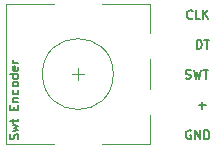
<source format=gbr>
%TF.GenerationSoftware,KiCad,Pcbnew,7.0.6*%
%TF.CreationDate,2023-09-12T23:14:46-07:00*%
%TF.ProjectId,Rotary Encoder Board,526f7461-7279-4204-956e-636f64657220,rev?*%
%TF.SameCoordinates,Original*%
%TF.FileFunction,Legend,Top*%
%TF.FilePolarity,Positive*%
%FSLAX46Y46*%
G04 Gerber Fmt 4.6, Leading zero omitted, Abs format (unit mm)*
G04 Created by KiCad (PCBNEW 7.0.6) date 2023-09-12 23:14:46*
%MOMM*%
%LPD*%
G01*
G04 APERTURE LIST*
%ADD10C,0.150000*%
%ADD11C,0.120000*%
G04 APERTURE END LIST*
D10*
X149827493Y-89666713D02*
X150395874Y-89666713D01*
X150111683Y-89950903D02*
X150111683Y-89382522D01*
X149168254Y-91796767D02*
X149097207Y-91761243D01*
X149097207Y-91761243D02*
X148990635Y-91761243D01*
X148990635Y-91761243D02*
X148884064Y-91796767D01*
X148884064Y-91796767D02*
X148813016Y-91867815D01*
X148813016Y-91867815D02*
X148777493Y-91938862D01*
X148777493Y-91938862D02*
X148741969Y-92080958D01*
X148741969Y-92080958D02*
X148741969Y-92187529D01*
X148741969Y-92187529D02*
X148777493Y-92329624D01*
X148777493Y-92329624D02*
X148813016Y-92400672D01*
X148813016Y-92400672D02*
X148884064Y-92471720D01*
X148884064Y-92471720D02*
X148990635Y-92507243D01*
X148990635Y-92507243D02*
X149061683Y-92507243D01*
X149061683Y-92507243D02*
X149168254Y-92471720D01*
X149168254Y-92471720D02*
X149203778Y-92436196D01*
X149203778Y-92436196D02*
X149203778Y-92187529D01*
X149203778Y-92187529D02*
X149061683Y-92187529D01*
X149523493Y-92507243D02*
X149523493Y-91761243D01*
X149523493Y-91761243D02*
X149949778Y-92507243D01*
X149949778Y-92507243D02*
X149949778Y-91761243D01*
X150305017Y-92507243D02*
X150305017Y-91761243D01*
X150305017Y-91761243D02*
X150482636Y-91761243D01*
X150482636Y-91761243D02*
X150589207Y-91796767D01*
X150589207Y-91796767D02*
X150660255Y-91867815D01*
X150660255Y-91867815D02*
X150695778Y-91938862D01*
X150695778Y-91938862D02*
X150731302Y-92080958D01*
X150731302Y-92080958D02*
X150731302Y-92187529D01*
X150731302Y-92187529D02*
X150695778Y-92329624D01*
X150695778Y-92329624D02*
X150660255Y-92400672D01*
X150660255Y-92400672D02*
X150589207Y-92471720D01*
X150589207Y-92471720D02*
X150482636Y-92507243D01*
X150482636Y-92507243D02*
X150305017Y-92507243D01*
X134515380Y-92534220D02*
X134550903Y-92427649D01*
X134550903Y-92427649D02*
X134550903Y-92250030D01*
X134550903Y-92250030D02*
X134515380Y-92178982D01*
X134515380Y-92178982D02*
X134479856Y-92143458D01*
X134479856Y-92143458D02*
X134408808Y-92107935D01*
X134408808Y-92107935D02*
X134337760Y-92107935D01*
X134337760Y-92107935D02*
X134266713Y-92143458D01*
X134266713Y-92143458D02*
X134231189Y-92178982D01*
X134231189Y-92178982D02*
X134195665Y-92250030D01*
X134195665Y-92250030D02*
X134160141Y-92392125D01*
X134160141Y-92392125D02*
X134124618Y-92463173D01*
X134124618Y-92463173D02*
X134089094Y-92498696D01*
X134089094Y-92498696D02*
X134018046Y-92534220D01*
X134018046Y-92534220D02*
X133946999Y-92534220D01*
X133946999Y-92534220D02*
X133875951Y-92498696D01*
X133875951Y-92498696D02*
X133840427Y-92463173D01*
X133840427Y-92463173D02*
X133804903Y-92392125D01*
X133804903Y-92392125D02*
X133804903Y-92214506D01*
X133804903Y-92214506D02*
X133840427Y-92107935D01*
X134053570Y-91859268D02*
X134550903Y-91717173D01*
X134550903Y-91717173D02*
X134195665Y-91575078D01*
X134195665Y-91575078D02*
X134550903Y-91432982D01*
X134550903Y-91432982D02*
X134053570Y-91290887D01*
X134053570Y-91113268D02*
X134053570Y-90829077D01*
X133804903Y-91006696D02*
X134444332Y-91006696D01*
X134444332Y-91006696D02*
X134515380Y-90971173D01*
X134515380Y-90971173D02*
X134550903Y-90900125D01*
X134550903Y-90900125D02*
X134550903Y-90829077D01*
X134160141Y-90012029D02*
X134160141Y-89763363D01*
X134550903Y-89656791D02*
X134550903Y-90012029D01*
X134550903Y-90012029D02*
X133804903Y-90012029D01*
X133804903Y-90012029D02*
X133804903Y-89656791D01*
X134053570Y-89337077D02*
X134550903Y-89337077D01*
X134124618Y-89337077D02*
X134089094Y-89301554D01*
X134089094Y-89301554D02*
X134053570Y-89230506D01*
X134053570Y-89230506D02*
X134053570Y-89123935D01*
X134053570Y-89123935D02*
X134089094Y-89052887D01*
X134089094Y-89052887D02*
X134160141Y-89017363D01*
X134160141Y-89017363D02*
X134550903Y-89017363D01*
X134515380Y-88342411D02*
X134550903Y-88413459D01*
X134550903Y-88413459D02*
X134550903Y-88555554D01*
X134550903Y-88555554D02*
X134515380Y-88626602D01*
X134515380Y-88626602D02*
X134479856Y-88662125D01*
X134479856Y-88662125D02*
X134408808Y-88697649D01*
X134408808Y-88697649D02*
X134195665Y-88697649D01*
X134195665Y-88697649D02*
X134124618Y-88662125D01*
X134124618Y-88662125D02*
X134089094Y-88626602D01*
X134089094Y-88626602D02*
X134053570Y-88555554D01*
X134053570Y-88555554D02*
X134053570Y-88413459D01*
X134053570Y-88413459D02*
X134089094Y-88342411D01*
X134550903Y-87916125D02*
X134515380Y-87987173D01*
X134515380Y-87987173D02*
X134479856Y-88022696D01*
X134479856Y-88022696D02*
X134408808Y-88058220D01*
X134408808Y-88058220D02*
X134195665Y-88058220D01*
X134195665Y-88058220D02*
X134124618Y-88022696D01*
X134124618Y-88022696D02*
X134089094Y-87987173D01*
X134089094Y-87987173D02*
X134053570Y-87916125D01*
X134053570Y-87916125D02*
X134053570Y-87809554D01*
X134053570Y-87809554D02*
X134089094Y-87738506D01*
X134089094Y-87738506D02*
X134124618Y-87702982D01*
X134124618Y-87702982D02*
X134195665Y-87667458D01*
X134195665Y-87667458D02*
X134408808Y-87667458D01*
X134408808Y-87667458D02*
X134479856Y-87702982D01*
X134479856Y-87702982D02*
X134515380Y-87738506D01*
X134515380Y-87738506D02*
X134550903Y-87809554D01*
X134550903Y-87809554D02*
X134550903Y-87916125D01*
X134550903Y-87028030D02*
X133804903Y-87028030D01*
X134515380Y-87028030D02*
X134550903Y-87099078D01*
X134550903Y-87099078D02*
X134550903Y-87241173D01*
X134550903Y-87241173D02*
X134515380Y-87312221D01*
X134515380Y-87312221D02*
X134479856Y-87347744D01*
X134479856Y-87347744D02*
X134408808Y-87383268D01*
X134408808Y-87383268D02*
X134195665Y-87383268D01*
X134195665Y-87383268D02*
X134124618Y-87347744D01*
X134124618Y-87347744D02*
X134089094Y-87312221D01*
X134089094Y-87312221D02*
X134053570Y-87241173D01*
X134053570Y-87241173D02*
X134053570Y-87099078D01*
X134053570Y-87099078D02*
X134089094Y-87028030D01*
X134515380Y-86388602D02*
X134550903Y-86459650D01*
X134550903Y-86459650D02*
X134550903Y-86601745D01*
X134550903Y-86601745D02*
X134515380Y-86672792D01*
X134515380Y-86672792D02*
X134444332Y-86708316D01*
X134444332Y-86708316D02*
X134160141Y-86708316D01*
X134160141Y-86708316D02*
X134089094Y-86672792D01*
X134089094Y-86672792D02*
X134053570Y-86601745D01*
X134053570Y-86601745D02*
X134053570Y-86459650D01*
X134053570Y-86459650D02*
X134089094Y-86388602D01*
X134089094Y-86388602D02*
X134160141Y-86353078D01*
X134160141Y-86353078D02*
X134231189Y-86353078D01*
X134231189Y-86353078D02*
X134302237Y-86708316D01*
X134550903Y-86033363D02*
X134053570Y-86033363D01*
X134195665Y-86033363D02*
X134124618Y-85997840D01*
X134124618Y-85997840D02*
X134089094Y-85962316D01*
X134089094Y-85962316D02*
X134053570Y-85891268D01*
X134053570Y-85891268D02*
X134053570Y-85820221D01*
X149632112Y-84870903D02*
X149632112Y-84124903D01*
X149632112Y-84124903D02*
X149809731Y-84124903D01*
X149809731Y-84124903D02*
X149916302Y-84160427D01*
X149916302Y-84160427D02*
X149987350Y-84231475D01*
X149987350Y-84231475D02*
X150022873Y-84302522D01*
X150022873Y-84302522D02*
X150058397Y-84444618D01*
X150058397Y-84444618D02*
X150058397Y-84551189D01*
X150058397Y-84551189D02*
X150022873Y-84693284D01*
X150022873Y-84693284D02*
X149987350Y-84764332D01*
X149987350Y-84764332D02*
X149916302Y-84835380D01*
X149916302Y-84835380D02*
X149809731Y-84870903D01*
X149809731Y-84870903D02*
X149632112Y-84870903D01*
X150271540Y-84124903D02*
X150697826Y-84124903D01*
X150484683Y-84870903D02*
X150484683Y-84124903D01*
X148703779Y-87368380D02*
X148810350Y-87403903D01*
X148810350Y-87403903D02*
X148987969Y-87403903D01*
X148987969Y-87403903D02*
X149059017Y-87368380D01*
X149059017Y-87368380D02*
X149094541Y-87332856D01*
X149094541Y-87332856D02*
X149130064Y-87261808D01*
X149130064Y-87261808D02*
X149130064Y-87190760D01*
X149130064Y-87190760D02*
X149094541Y-87119713D01*
X149094541Y-87119713D02*
X149059017Y-87084189D01*
X149059017Y-87084189D02*
X148987969Y-87048665D01*
X148987969Y-87048665D02*
X148845874Y-87013141D01*
X148845874Y-87013141D02*
X148774826Y-86977618D01*
X148774826Y-86977618D02*
X148739303Y-86942094D01*
X148739303Y-86942094D02*
X148703779Y-86871046D01*
X148703779Y-86871046D02*
X148703779Y-86799999D01*
X148703779Y-86799999D02*
X148739303Y-86728951D01*
X148739303Y-86728951D02*
X148774826Y-86693427D01*
X148774826Y-86693427D02*
X148845874Y-86657903D01*
X148845874Y-86657903D02*
X149023493Y-86657903D01*
X149023493Y-86657903D02*
X149130064Y-86693427D01*
X149378731Y-86657903D02*
X149556350Y-87403903D01*
X149556350Y-87403903D02*
X149698445Y-86871046D01*
X149698445Y-86871046D02*
X149840540Y-87403903D01*
X149840540Y-87403903D02*
X150018160Y-86657903D01*
X150195778Y-86657903D02*
X150622064Y-86657903D01*
X150408921Y-87403903D02*
X150408921Y-86657903D01*
X149292588Y-82276196D02*
X149257064Y-82311720D01*
X149257064Y-82311720D02*
X149150493Y-82347243D01*
X149150493Y-82347243D02*
X149079445Y-82347243D01*
X149079445Y-82347243D02*
X148972874Y-82311720D01*
X148972874Y-82311720D02*
X148901826Y-82240672D01*
X148901826Y-82240672D02*
X148866303Y-82169624D01*
X148866303Y-82169624D02*
X148830779Y-82027529D01*
X148830779Y-82027529D02*
X148830779Y-81920958D01*
X148830779Y-81920958D02*
X148866303Y-81778862D01*
X148866303Y-81778862D02*
X148901826Y-81707815D01*
X148901826Y-81707815D02*
X148972874Y-81636767D01*
X148972874Y-81636767D02*
X149079445Y-81601243D01*
X149079445Y-81601243D02*
X149150493Y-81601243D01*
X149150493Y-81601243D02*
X149257064Y-81636767D01*
X149257064Y-81636767D02*
X149292588Y-81672291D01*
X149967541Y-82347243D02*
X149612303Y-82347243D01*
X149612303Y-82347243D02*
X149612303Y-81601243D01*
X150216208Y-82347243D02*
X150216208Y-81601243D01*
X150642493Y-82347243D02*
X150322779Y-81920958D01*
X150642493Y-81601243D02*
X150216208Y-82027529D01*
D11*
%TO.C,SW1*%
X133489000Y-81107000D02*
X133489000Y-92907000D01*
X137589000Y-81107000D02*
X133489000Y-81107000D01*
X137589000Y-92907000D02*
X133489000Y-92907000D01*
X139089000Y-87007000D02*
X140089000Y-87007000D01*
X139589000Y-86507000D02*
X139589000Y-87507000D01*
X141589000Y-81107000D02*
X145689000Y-81107000D01*
X145689000Y-81107000D02*
X145689000Y-83507000D01*
X145689000Y-85707000D02*
X145689000Y-88307000D01*
X145689000Y-90507000D02*
X145689000Y-92907000D01*
X145689000Y-92907000D02*
X141589000Y-92907000D01*
X142589000Y-87007000D02*
G75*
G03*
X142589000Y-87007000I-3000000J0D01*
G01*
%TD*%
M02*

</source>
